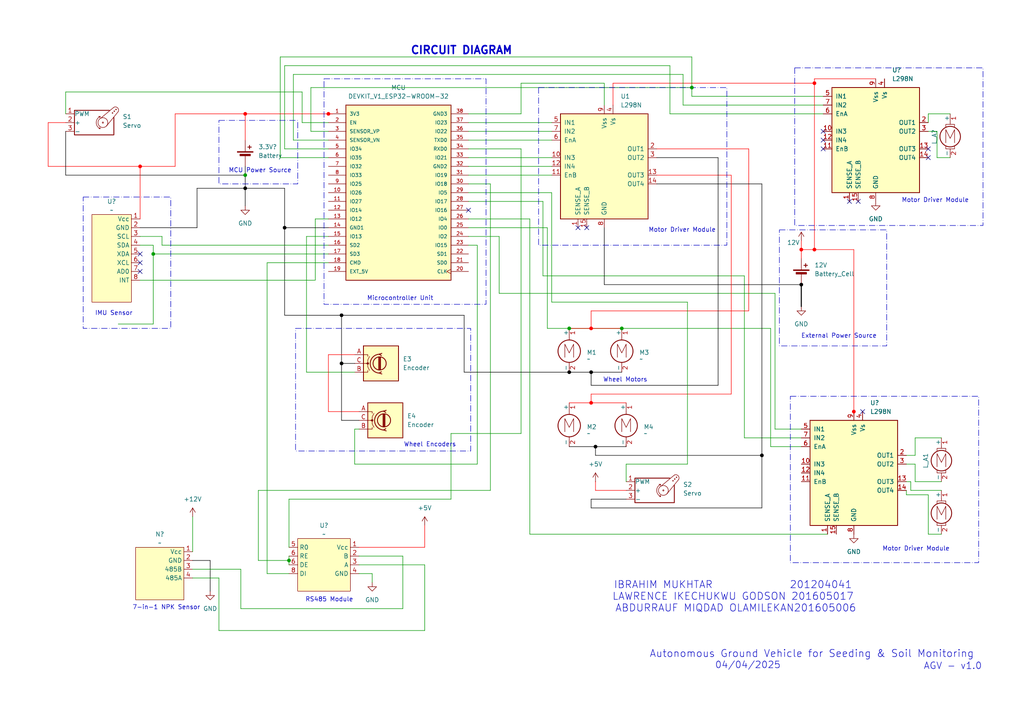
<source format=kicad_sch>
(kicad_sch (version 20231120) (generator "eeschema") (generator_version "8.0")
  (paper "A4")
  (lib_symbols
    (symbol "DEVKIT_V1_ESP32-WROOM-32_snapEDA:DEVKIT_V1_ESP32-WROOM-32" (pin_names (offset 1.016))
      (property "Reference" "U" (at -15.2572 26.0643 0))
      (property "Value" "DEVKIT_V1_ESP32-WROOM-32" (at -15.2563 -27.9698 0))
      (symbol "DEVKIT_V1_ESP32-WROOM-32_0_0"
        (rectangle (start -15.24 -25.4) (end 15.24 25.4) (stroke (width 0.254)) (fill (type background)))
        (pin power_in line (at -20.32 22.86 0) (length 5.08) (name "3V3") (number "1"))
        (pin bidirectional line (at -20.32 0 0) (length 5.08) (name "IO26") (number "10"))
        (pin bidirectional line (at -20.32 -2.54 0) (length 5.08) (name "IO27") (number "11"))
        (pin bidirectional line (at -20.32 -5.08 0) (length 5.08) (name "IO14") (number "12"))
        (pin bidirectional line (at -20.32 -7.62 0) (length 5.08) (name "IO12") (number "13"))
        (pin power_in line (at -20.32 -10.16 0) (length 5.08) (name "GND1") (number "14"))
        (pin bidirectional line (at -20.32 -12.7 0) (length 5.08) (name "IO13") (number "15"))
        (pin bidirectional line (at -20.32 -15.24 0) (length 5.08) (name "SD2") (number "16"))
        (pin bidirectional line (at -20.32 -17.78 0) (length 5.08) (name "SD3") (number "17"))
        (pin bidirectional line (at -20.32 -20.32 0) (length 5.08) (name "CMD") (number "18"))
        (pin power_in line (at -20.32 -22.86 0) (length 5.08) (name "EXT_5V") (number "19"))
        (pin input line (at -20.32 20.32 0) (length 5.08) (name "EN") (number "2"))
        (pin input clock (at 20.32 -22.86 180) (length 5.08) (name "CLK") (number "20"))
        (pin bidirectional line (at 20.32 -20.32 180) (length 5.08) (name "SD0") (number "21"))
        (pin bidirectional line (at 20.32 -17.78 180) (length 5.08) (name "SD1") (number "22"))
        (pin bidirectional line (at 20.32 -15.24 180) (length 5.08) (name "IO15") (number "23"))
        (pin bidirectional line (at 20.32 -12.7 180) (length 5.08) (name "IO2") (number "24"))
        (pin bidirectional line (at 20.32 -10.16 180) (length 5.08) (name "IO0") (number "25"))
        (pin bidirectional line (at 20.32 -7.62 180) (length 5.08) (name "IO4") (number "26"))
        (pin bidirectional line (at 20.32 -5.08 180) (length 5.08) (name "IO16") (number "27"))
        (pin bidirectional line (at 20.32 -2.54 180) (length 5.08) (name "IO17") (number "28"))
        (pin bidirectional line (at 20.32 0 180) (length 5.08) (name "IO5") (number "29"))
        (pin input line (at -20.32 17.78 0) (length 5.08) (name "SENSOR_VP") (number "3"))
        (pin bidirectional line (at 20.32 2.54 180) (length 5.08) (name "IO18") (number "30"))
        (pin bidirectional line (at 20.32 5.08 180) (length 5.08) (name "IO19") (number "31"))
        (pin power_in line (at 20.32 7.62 180) (length 5.08) (name "GND2") (number "32"))
        (pin bidirectional line (at 20.32 10.16 180) (length 5.08) (name "IO21") (number "33"))
        (pin input line (at 20.32 12.7 180) (length 5.08) (name "RXD0") (number "34"))
        (pin output line (at 20.32 15.24 180) (length 5.08) (name "TXD0") (number "35"))
        (pin bidirectional line (at 20.32 17.78 180) (length 5.08) (name "IO22") (number "36"))
        (pin bidirectional line (at 20.32 20.32 180) (length 5.08) (name "IO23") (number "37"))
        (pin power_in line (at 20.32 22.86 180) (length 5.08) (name "GND3") (number "38"))
        (pin input line (at -20.32 15.24 0) (length 5.08) (name "SENSOR_VN") (number "4"))
        (pin bidirectional line (at -20.32 12.7 0) (length 5.08) (name "IO34") (number "5"))
        (pin bidirectional line (at -20.32 10.16 0) (length 5.08) (name "IO35") (number "6"))
        (pin bidirectional line (at -20.32 7.62 0) (length 5.08) (name "IO32") (number "7"))
        (pin bidirectional line (at -20.32 5.08 0) (length 5.08) (name "IO33") (number "8"))
        (pin bidirectional line (at -20.32 2.54 0) (length 5.08) (name "IO25") (number "9"))
      )
    )
    (symbol "Device:Battery_Cell" (pin_numbers hide) (pin_names (offset 0) hide)
      (property "Reference" "BT" (at 2.54 2.54 0))
      (property "Value" "Battery_Cell" (at 2.54 0 0))
      (symbol "Battery_Cell_0_1"
        (rectangle (start -2.286 1.778) (end 2.286 1.524) (fill (type outline)))
        (rectangle (start -1.524 1.016) (end 1.524 0.508) (fill (type outline)))
        (polyline (pts (xy 0 0.762) (xy 0 0)))
        (polyline (pts (xy 0 1.778) (xy 0 2.54)))
        (polyline (pts (xy 0.762 3.048) (xy 1.778 3.048)) (stroke (width 0.254)))
        (polyline (pts (xy 1.27 3.556) (xy 1.27 2.54)) (stroke (width 0.254)))
      )
      (symbol "Battery_Cell_1_1"
        (pin passive line (at 0 5.08 270) (length 2.54) (name "+") (number "1"))
        (pin passive line (at 0 -2.54 90) (length 2.54) (name "-") (number "2"))
      )
    )
    (symbol "Device:RotaryEncoder" (pin_names (offset 0.254) hide)
      (property "Reference" "SW" (at 0 6.604 0))
      (property "Value" "RotaryEncoder" (at 0 -6.604 0))
      (symbol "RotaryEncoder_0_1"
        (rectangle (start -5.08 5.08) (end 5.08 -5.08) (stroke (width 0.254)) (fill (type background)))
        (circle (center -3.81 0) (radius 0.254) (fill (type outline)))
        (circle (center -0.381 0) (radius 1.905) (stroke (width 0.254)))
        (arc (start -0.381 2.667) (mid -3.0988 -0.0635) (end -0.381 -2.794) (stroke (width 0.254)))
        (polyline (pts (xy -0.635 -1.778) (xy -0.635 1.778)) (stroke (width 0.254)))
        (polyline (pts (xy -0.381 -1.778) (xy -0.381 1.778)) (stroke (width 0.254)))
        (polyline (pts (xy -0.127 1.778) (xy -0.127 -1.778)) (stroke (width 0.254)))
        (polyline (pts (xy -5.08 -2.54) (xy -3.81 -2.54) (xy -3.81 -2.032)))
        (polyline (pts (xy -5.08 2.54) (xy -3.81 2.54) (xy -3.81 2.032)))
        (polyline (pts (xy 0.254 -3.048) (xy -0.508 -2.794) (xy 0.127 -2.413)) (stroke (width 0.254)))
        (polyline (pts (xy 0.254 2.921) (xy -0.508 2.667) (xy 0.127 2.286)) (stroke (width 0.254)))
        (polyline (pts (xy -5.08 0) (xy -3.81 0) (xy -3.81 -1.016) (xy -3.302 -2.032)))
        (polyline (pts (xy -4.318 0) (xy -3.81 0) (xy -3.81 1.016) (xy -3.302 2.032)))
      )
      (symbol "RotaryEncoder_1_1"
        (pin passive line (at -7.62 2.54 0) (length 2.54) (name "A") (number "A"))
        (pin passive line (at -7.62 -2.54 0) (length 2.54) (name "B") (number "B"))
        (pin passive line (at -7.62 0 0) (length 2.54) (name "C") (number "C"))
      )
    )
    (symbol "Driver_Motor:L298N" (pin_names (offset 1.016))
      (property "Reference" "U" (at -10.16 16.51 0))
      (property "Value" "L298N" (at 12.7 16.51 0))
      (symbol "L298N_0_1"
        (rectangle (start -12.7 15.24) (end 12.7 -15.24) (stroke (width 0.254)) (fill (type background)))
      )
      (symbol "L298N_1_1"
        (pin power_in line (at -7.62 -17.78 90) (length 2.54) (name "SENSE_A") (number "1"))
        (pin input line (at -15.24 2.54 0) (length 2.54) (name "IN3") (number "10"))
        (pin input line (at -15.24 -2.54 0) (length 2.54) (name "EnB") (number "11"))
        (pin input line (at -15.24 0 0) (length 2.54) (name "IN4") (number "12"))
        (pin output line (at 15.24 -2.54 180) (length 2.54) (name "OUT3") (number "13"))
        (pin output line (at 15.24 -5.08 180) (length 2.54) (name "OUT4") (number "14"))
        (pin power_in line (at -5.08 -17.78 90) (length 2.54) (name "SENSE_B") (number "15"))
        (pin output line (at 15.24 5.08 180) (length 2.54) (name "OUT1") (number "2"))
        (pin output line (at 15.24 2.54 180) (length 2.54) (name "OUT2") (number "3"))
        (pin power_in line (at 2.54 17.78 270) (length 2.54) (name "Vs") (number "4"))
        (pin input line (at -15.24 12.7 0) (length 2.54) (name "IN1") (number "5"))
        (pin input line (at -15.24 7.62 0) (length 2.54) (name "EnA") (number "6"))
        (pin input line (at -15.24 10.16 0) (length 2.54) (name "IN2") (number "7"))
        (pin power_in line (at 0 -17.78 90) (length 2.54) (name "GND") (number "8"))
        (pin power_in line (at 0 17.78 270) (length 2.54) (name "Vss") (number "9"))
      )
    )
    (symbol "IMU_sensor:IMU"
      (property "Reference" "U" (at 0 0 0))
      (symbol "IMU_1_1"
        (rectangle (start -8.89 -1.27) (end 2.54 -26.67) (fill (type background)))
        (pin power_in line (at 5.08 -2.54 180) (length 2.54) (name "Vcc") (number "1"))
        (pin power_in line (at 5.08 -5.08 180) (length 2.54) (name "GND") (number "2"))
        (pin power_in line (at 5.08 -7.62 180) (length 2.54) (name "SCL") (number "3"))
        (pin bidirectional line (at 5.08 -10.16 180) (length 2.54) (name "SDA") (number "4"))
        (pin bidirectional line (at 5.08 -12.7 180) (length 2.54) (name "XDA") (number "5"))
        (pin bidirectional line (at 5.08 -15.24 180) (length 2.54) (name "XCL") (number "6"))
        (pin bidirectional line (at 5.08 -17.78 180) (length 2.54) (name "AD0") (number "7"))
        (pin bidirectional line (at 5.08 -20.32 180) (length 2.54) (name "INT") (number "8"))
      )
    )
    (symbol "Motor:Motor_DC" (pin_names (offset 0))
      (property "Reference" "M" (at 2.54 2.54 0))
      (property "Value" "Motor_DC" (at 2.54 -5.08 0))
      (symbol "Motor_DC_0_0"
        (polyline (pts (xy -1.27 -3.302) (xy -1.27 0.508) (xy 0 -2.032) (xy 1.27 0.508) (xy 1.27 -3.302)))
      )
      (symbol "Motor_DC_0_1"
        (circle (center 0 -1.524) (radius 3.2512) (stroke (width 0.254)))
        (polyline (pts (xy 0 -7.62) (xy 0 -7.112)))
        (polyline (pts (xy 0 -4.7752) (xy 0 -5.1816)))
        (polyline (pts (xy 0 1.7272) (xy 0 2.0828)))
        (polyline (pts (xy 0 2.032) (xy 0 2.54)))
      )
      (symbol "Motor_DC_1_1"
        (pin passive line (at 0 5.08 270) (length 2.54) (name "+") (number "1"))
        (pin passive line (at 0 -7.62 90) (length 2.54) (name "-") (number "2"))
      )
    )
    (symbol "Motor:Motor_DC_ALT" (pin_names (offset 0))
      (property "Reference" "M" (at 2.54 2.54 0))
      (property "Value" "Motor_DC_ALT" (at 2.54 -5.08 0))
      (symbol "Motor_DC_ALT_0_0"
        (circle (center 0 -1.524) (radius 2.9718) (stroke (width 0.254)))
        (polyline (pts (xy -1.27 -4.318) (xy -1.27 -5.08) (xy 1.27 -5.08) (xy 1.27 -4.318)))
        (polyline (pts (xy -1.27 1.27) (xy -1.27 2.032) (xy 1.27 2.032) (xy 1.27 1.27)))
        (polyline (pts (xy -1.27 -3.302) (xy -1.27 0.508) (xy 0 -2.032) (xy 1.27 0.508) (xy 1.27 -3.302)))
      )
      (symbol "Motor_DC_ALT_0_1"
        (polyline (pts (xy 0 2.032) (xy 0 2.54)))
      )
      (symbol "Motor_DC_ALT_1_1"
        (pin passive line (at 0 5.08 270) (length 2.54) (name "+") (number "1"))
        (pin passive line (at 0 -7.62 90) (length 2.54) (name "-") (number "2"))
      )
    )
    (symbol "Motor:Motor_Servo" (pin_names (offset 0.0254))
      (property "Reference" "M" (at -5.08 4.445 0))
      (property "Value" "Motor_Servo" (at -5.08 -4.064 0))
      (symbol "Motor_Servo_0_1"
        (polyline (pts (xy 2.413 -1.778) (xy 2.032 -1.778)))
        (polyline (pts (xy 2.413 -1.778) (xy 2.286 -1.397)))
        (polyline (pts (xy 2.413 1.778) (xy 1.905 1.778)))
        (polyline (pts (xy 2.413 1.778) (xy 2.286 1.397)))
        (polyline (pts (xy 6.35 4.445) (xy 2.54 1.27)))
        (polyline (pts (xy 7.62 3.175) (xy 4.191 -1.016)))
        (polyline (pts (xy 5.08 3.556) (xy -5.08 3.556) (xy -5.08 -3.556) (xy 6.35 -3.556) (xy 6.35 1.524)) (stroke (width 0.254)))
        (arc (start 2.413 1.778) (mid 1.2406 0) (end 2.413 -1.778))
        (circle (center 3.175 0) (radius 0.1778))
        (circle (center 3.175 0) (radius 1.4224))
        (circle (center 5.969 2.794) (radius 0.127))
        (circle (center 6.477 3.302) (radius 0.127))
        (circle (center 6.985 3.81) (radius 0.127))
        (arc (start 7.62 3.175) (mid 7.4485 4.2735) (end 6.35 4.445))
      )
      (symbol "Motor_Servo_1_1"
        (pin passive line (at -7.62 2.54 0) (length 2.54) (name "PWM") (number "1"))
        (pin passive line (at -7.62 0 0) (length 2.54) (name "+") (number "2"))
        (pin passive line (at -7.62 -2.54 0) (length 2.54) (name "-") (number "3"))
      )
    )
    (symbol "NPK_sensor:NPK_RS485"
      (property "Reference" "N" (at 0.254 8.128 0))
      (symbol "NPK_RS485_1_1"
        (rectangle (start -7.62 6.35) (end 6.35 -8.89) (fill (type background)))
        (pin power_in line (at 8.89 5.08 180) (length 2.54) (name "Vcc") (number "1"))
        (pin power_in line (at 8.89 2.54 180) (length 2.54) (name "GND") (number "2"))
        (pin bidirectional line (at 8.89 0 180) (length 2.54) (name "485B") (number "3"))
        (pin bidirectional line (at 8.89 -2.54 180) (length 2.54) (name "485A") (number "4"))
      )
    )
    (symbol "RS485_agv:RS485"
      (property "Reference" "U" (at 0 0 0))
      (symbol "RS485_1_1"
        (rectangle (start -7.62 -1.27) (end 7.62 -16.51) (fill (type background)))
        (pin power_in line (at 10.16 -3.81 180) (length 2.54) (name "Vcc") (number "1"))
        (pin bidirectional line (at 10.16 -6.35 180) (length 2.54) (name "B") (number "2"))
        (pin bidirectional line (at 10.16 -8.89 180) (length 2.54) (name "A") (number "3"))
        (pin power_in line (at 10.16 -11.43 180) (length 2.54) (name "GND") (number "4"))
        (pin output line (at -10.16 -3.81 0) (length 2.54) (name "R0") (number "5"))
        (pin input line (at -10.16 -8.89 0) (length 2.54) (name "DE") (number "6"))
        (pin input line (at -10.16 -6.35 0) (length 2.54) (name "RE") (number "6"))
        (pin input line (at -10.16 -11.43 0) (length 2.54) (name "DI") (number "8"))
      )
    )
    (symbol "power:+12V" (power) (pin_numbers hide) (pin_names (offset 0) hide)
      (property "Value" "+12V" (at 0 3.556 0))
      (symbol "+12V_0_1"
        (polyline (pts (xy -0.762 1.27) (xy 0 2.54)))
        (polyline (pts (xy 0 0) (xy 0 2.54)))
        (polyline (pts (xy 0 2.54) (xy 0.762 1.27)))
      )
      (symbol "+12V_1_1"
        (pin power_in line (at 0 0 90) (length 0) (name "~") (number "1"))
      )
    )
    (symbol "power:+3.3V" (power) (pin_numbers hide) (pin_names (offset 0) hide)
      (property "Value" "+3.3V" (at 0 3.556 0))
      (symbol "+3.3V_0_1"
        (polyline (pts (xy -0.762 1.27) (xy 0 2.54)))
        (polyline (pts (xy 0 0) (xy 0 2.54)))
        (polyline (pts (xy 0 2.54) (xy 0.762 1.27)))
      )
      (symbol "+3.3V_1_1"
        (pin power_in line (at 0 0 90) (length 0) (name "~") (number "1"))
      )
    )
    (symbol "power:+5V" (power) (pin_numbers hide) (pin_names (offset 0) hide)
      (property "Value" "+5V" (at 0 3.556 0))
      (symbol "+5V_0_1"
        (polyline (pts (xy -0.762 1.27) (xy 0 2.54)))
        (polyline (pts (xy 0 0) (xy 0 2.54)))
        (polyline (pts (xy 0 2.54) (xy 0.762 1.27)))
      )
      (symbol "+5V_1_1"
        (pin power_in line (at 0 0 90) (length 0) (name "~") (number "1"))
      )
    )
    (symbol "power:GND" (power) (pin_numbers hide) (pin_names (offset 0) hide)
      (property "Value" "GND" (at 0 -3.81 0))
      (symbol "GND_0_1"
        (polyline (pts (xy 0 0) (xy 0 -1.27) (xy 1.27 -1.27) (xy 0 -2.54) (xy -1.27 -1.27) (xy 0 -1.27)))
      )
      (symbol "GND_1_1"
        (pin power_in line (at 0 0 270) (length 0) (name "~") (number "1"))
      )
    )
  )
  (junction (at 232.41 82.55) (color 0 0 0 1))
  (junction (at 83.82 162.56))
  (junction (at 95.25 33.02) (color 255 0 0 1))
  (junction (at 82.55 66.04) (color 0 0 0 1))
  (junction (at 220.98 132.08) (color 0 0 0 1))
  (junction (at 71.12 50.8))
  (junction (at 247.65 119.38) (color 255 0 0 1))
  (junction (at 171.45 107.95) (color 0 0 0 1))
  (junction (at 44.45 73.66))
  (junction (at 99.06 105.41) (color 0 0 0 1))
  (junction (at 172.72 129.54) (color 0 0 0 1))
  (junction (at 165.1 95.25))
  (junction (at 236.22 24.13) (color 255 0 0 1))
  (junction (at 171.45 95.25) (color 255 0 0 1))
  (junction (at 180.34 95.25))
  (junction (at 71.12 33.02) (color 255 0 0 1))
  (junction (at 71.12 54.61) (color 0 0 0 1))
  (junction (at 232.41 72.39) (color 255 0 0 1))
  (junction (at 99.06 91.44) (color 0 0 0 1))
  (junction (at 165.1 107.95) (color 0 0 0 1))
  (junction (at 171.45 116.84) (color 255 0 0 1))
  (junction (at 200.66 25.4))
  (junction (at 40.64 48.26) (color 255 0 0 1))
  (junction (at 236.22 72.39) (color 255 0 0 1))
  (no_connect (at 269.24 43.18))
  (no_connect (at 248.92 58.42))
  (no_connect (at 238.76 38.1))
  (no_connect (at 250.19 119.38))
  (no_connect (at 40.64 78.74))
  (no_connect (at 40.64 73.66))
  (no_connect (at 269.24 45.72))
  (no_connect (at 246.38 58.42))
  (no_connect (at 40.64 76.2))
  (no_connect (at 170.18 66.04))
  (no_connect (at 238.76 40.64))
  (no_connect (at 167.64 66.04))
  (no_connect (at 135.89 60.96))
  (no_connect (at 238.76 43.18))
  (wire (pts (xy 90.17 38.1) (xy 95.25 38.1)))
  (wire (pts (xy 224.79 85.09) (xy 144.78 85.09)))
  (wire (pts (xy 217.17 43.18) (xy 217.17 90.17)) (stroke (width 0) (color 255 0 0 1)))
  (wire (pts (xy 83.82 162.56) (xy 74.93 162.56)))
  (wire (pts (xy 151.13 43.18) (xy 135.89 43.18)))
  (wire (pts (xy 198.12 21.59) (xy 85.09 21.59)))
  (wire (pts (xy 212.09 50.8) (xy 212.09 114.3)) (stroke (width 0) (color 255 0 0 1)))
  (wire (pts (xy 82.55 66.04) (xy 82.55 54.61)) (stroke (width 0) (color 0 0 0 1)))
  (wire (pts (xy 151.13 24.13) (xy 175.26 24.13)))
  (wire (pts (xy 19.05 38.1) (xy 19.05 50.8)) (stroke (width 0) (color 0 0 0 1)))
  (wire (pts (xy 134.62 107.95) (xy 134.62 91.44)) (stroke (width 0) (color 0 0 0 1)))
  (wire (pts (xy 171.45 144.78) (xy 171.45 147.32)) (stroke (width 0) (color 0 0 0 1)))
  (wire (pts (xy 144.78 85.09) (xy 144.78 68.58)))
  (wire (pts (xy 104.14 161.29) (xy 116.84 161.29)))
  (wire (pts (xy 208.28 45.72) (xy 208.28 111.76)) (stroke (width 0) (color 0 0 0 1)))
  (wire (pts (xy 153.67 63.5) (xy 135.89 63.5)))
  (wire (pts (xy 265.43 139.7) (xy 265.43 134.62)))
  (wire (pts (xy 88.9 107.95) (xy 102.87 107.95)))
  (wire (pts (xy 223.52 129.54) (xy 232.41 129.54)))
  (wire (pts (xy 40.64 63.5) (xy 40.64 48.26)) (stroke (width 0) (color 255 0 0 1)))
  (wire (pts (xy 238.76 30.48) (xy 198.12 30.48)))
  (wire (pts (xy 50.8 33.02) (xy 71.12 33.02)) (stroke (width 0) (color 255 0 0 1)))
  (wire (pts (xy 199.39 134.62) (xy 181.61 134.62)))
  (wire (pts (xy 102.87 105.41) (xy 99.06 105.41)) (stroke (width 0) (color 0 0 0 1)))
  (wire (pts (xy 82.55 43.18) (xy 95.25 43.18)))
  (wire (pts (xy 40.64 48.26) (xy 50.8 48.26)) (stroke (width 0) (color 255 0 0 1)))
  (wire (pts (xy 177.8 24.13) (xy 236.22 24.13)) (stroke (width 0) (color 255 0 0 1)))
  (wire (pts (xy 130.81 144.78) (xy 130.81 125.73)))
  (wire (pts (xy 236.22 72.39) (xy 247.65 72.39)) (stroke (width 0) (color 255 0 0 1)))
  (wire (pts (xy 247.65 119.38) (xy 247.65 72.39)) (stroke (width 0) (color 255 0 0 1)))
  (wire (pts (xy 271.78 38.1) (xy 269.24 38.1)))
  (wire (pts (xy 19.05 26.67) (xy 19.05 33.02)))
  (wire (pts (xy 171.45 116.84) (xy 181.61 116.84)) (stroke (width 0) (color 255 0 0 1)))
  (wire (pts (xy 104.14 124.46) (xy 102.87 124.46)))
  (wire (pts (xy 269.24 33.02) (xy 275.59 33.02)))
  (wire (pts (xy 171.45 111.76) (xy 171.45 107.95)) (stroke (width 0) (color 0 0 0 1)))
  (wire (pts (xy 171.45 95.25) (xy 180.34 95.25)) (stroke (width 0) (color 255 0 0 1)))
  (wire (pts (xy 232.41 82.55) (xy 232.41 88.9)) (stroke (width 0.3) (color 0 0 0 1)))
  (wire (pts (xy 104.14 121.92) (xy 99.06 121.92)) (stroke (width 0) (color 0 0 0 1)))
  (wire (pts (xy 190.5 53.34) (xy 220.98 53.34)) (stroke (width 0) (color 0 0 0 1)))
  (wire (pts (xy 171.45 90.17) (xy 171.45 95.25)) (stroke (width 0) (color 255 0 0 1)))
  (wire (pts (xy 236.22 22.86) (xy 236.22 24.13)) (stroke (width 0) (color 255 0 0 1)))
  (wire (pts (xy 262.89 143.51) (xy 262.89 142.24)))
  (wire (pts (xy 95.25 66.04) (xy 82.55 66.04)) (stroke (width 0) (color 0 0 0 1)))
  (wire (pts (xy 247.65 120.65) (xy 247.65 119.38)) (stroke (width 0) (color 255 0 0 1)))
  (wire (pts (xy 200.66 25.4) (xy 200.66 16.51)))
  (wire (pts (xy 172.72 132.08) (xy 172.72 129.54)) (stroke (width 0) (color 0 0 0 1)))
  (wire (pts (xy 212.09 114.3) (xy 171.45 114.3)) (stroke (width 0) (color 255 0 0 1)))
  (wire (pts (xy 90.17 25.4) (xy 90.17 38.1)))
  (wire (pts (xy 265.43 134.62) (xy 262.89 134.62)))
  (wire (pts (xy 57.15 66.04) (xy 40.64 66.04)) (stroke (width 0) (color 0 0 0 1)))
  (wire (pts (xy 46.99 68.58) (xy 46.99 71.12)))
  (wire (pts (xy 262.89 139.7) (xy 264.16 139.7)))
  (wire (pts (xy 95.25 102.87) (xy 95.25 119.38)) (stroke (width 0) (color 255 0 0 1)))
  (wire (pts (xy 264.16 142.24) (xy 273.05 142.24)))
  (wire (pts (xy 77.47 76.2) (xy 95.25 76.2)))
  (wire (pts (xy 134.62 91.44) (xy 99.06 91.44)) (stroke (width 0) (color 0 0 0 1)))
  (wire (pts (xy 194.31 19.05) (xy 82.55 19.05)))
  (wire (pts (xy 194.31 33.02) (xy 194.31 19.05)))
  (wire (pts (xy 104.14 166.37) (xy 107.95 166.37)))
  (wire (pts (xy 107.95 166.37) (xy 107.95 168.91)))
  (wire (pts (xy 85.09 21.59) (xy 85.09 40.64)))
  (wire (pts (xy 151.13 125.73) (xy 151.13 43.18)))
  (wire (pts (xy 240.03 154.94) (xy 153.67 154.94)))
  (wire (pts (xy 130.81 125.73) (xy 151.13 125.73)))
  (wire (pts (xy 55.88 149.86) (xy 55.88 160.02)))
  (wire (pts (xy 135.89 58.42) (xy 157.48 58.42)))
  (wire (pts (xy 57.15 54.61) (xy 57.15 66.04)) (stroke (width 0) (color 0 0 0 1)))
  (wire (pts (xy 91.44 81.28) (xy 91.44 63.5)))
  (wire (pts (xy 175.26 66.04) (xy 175.26 82.55)) (stroke (width 0) (color 0 0 0 1)))
  (wire (pts (xy 232.41 72.39) (xy 232.41 74.93)) (stroke (width 0) (color 255 0 0 1)))
  (wire (pts (xy 142.24 53.34) (xy 135.89 53.34)))
  (wire (pts (xy 44.45 93.98) (xy 44.45 73.66)))
  (wire (pts (xy 102.87 134.62) (xy 138.43 134.62)))
  (wire (pts (xy 171.45 95.25) (xy 180.34 95.25)))
  (wire (pts (xy 200.66 25.4) (xy 90.17 25.4)))
  (wire (pts (xy 142.24 142.24) (xy 142.24 53.34)))
  (wire (pts (xy 220.98 147.32) (xy 220.98 132.08)) (stroke (width 0) (color 0 0 0 1)))
  (wire (pts (xy 74.93 142.24) (xy 142.24 142.24)))
  (wire (pts (xy 135.89 48.26) (xy 160.02 48.26)))
  (wire (pts (xy 158.75 66.04) (xy 158.75 95.25)))
  (wire (pts (xy 135.89 45.72) (xy 160.02 45.72)))
  (wire (pts (xy 275.59 45.72) (xy 271.78 45.72)))
  (wire (pts (xy 40.64 81.28) (xy 91.44 81.28)))
  (wire (pts (xy 198.12 30.48) (xy 198.12 21.59)))
  (wire (pts (xy 19.05 35.56) (xy 13.97 35.56)) (stroke (width 0) (color 255 0 0 1)))
  (wire (pts (xy 44.45 71.12) (xy 44.45 73.66)))
  (wire (pts (xy 123.19 182.88) (xy 123.19 163.83)))
  (wire (pts (xy 81.28 16.51) (xy 81.28 45.72)))
  (wire (pts (xy 95.25 71.12) (xy 46.99 71.12)))
  (wire (pts (xy 217.17 90.17) (xy 171.45 90.17)) (stroke (width 0) (color 255 0 0 1)))
  (wire (pts (xy 44.45 73.66) (xy 95.25 73.66)))
  (wire (pts (xy 138.43 134.62) (xy 138.43 71.12)))
  (wire (pts (xy 71.12 54.61) (xy 71.12 59.69)) (stroke (width 0) (color 0 0 0 1)))
  (wire (pts (xy 87.63 35.56) (xy 87.63 26.67)))
  (wire (pts (xy 82.55 54.61) (xy 71.12 54.61)) (stroke (width 0) (color 0 0 0 1)))
  (wire (pts (xy 135.89 50.8) (xy 160.02 50.8)))
  (wire (pts (xy 55.88 167.64) (xy 63.5 167.64)))
  (wire (pts (xy 200.66 16.51) (xy 81.28 16.51)))
  (wire (pts (xy 190.5 43.18) (xy 217.17 43.18)) (stroke (width 0) (color 255 0 0 1)))
  (wire (pts (xy 180.34 95.25) (xy 223.52 95.25)))
  (wire (pts (xy 238.76 27.94) (xy 200.66 27.94)))
  (wire (pts (xy 269.24 154.94) (xy 269.24 143.51)))
  (wire (pts (xy 95.25 35.56) (xy 87.63 35.56)))
  (wire (pts (xy 91.44 63.5) (xy 95.25 63.5)))
  (wire (pts (xy 83.82 166.37) (xy 77.47 166.37)))
  (wire (pts (xy 236.22 72.39) (xy 236.22 24.13)) (stroke (width 0) (color 255 0 0 1)))
  (wire (pts (xy 83.82 158.75) (xy 83.82 144.78)))
  (wire (pts (xy 63.5 182.88) (xy 123.19 182.88)))
  (wire (pts (xy 69.85 176.53) (xy 69.85 165.1)))
  (wire (pts (xy 224.79 85.09) (xy 224.79 124.46)))
  (wire (pts (xy 95.25 119.38) (xy 104.14 119.38)) (stroke (width 0) (color 255 0 0 1)))
  (wire (pts (xy 135.89 66.04) (xy 158.75 66.04)))
  (wire (pts (xy 71.12 48.26) (xy 71.12 50.8)) (stroke (width 0) (color 0 0 0 1)))
  (wire (pts (xy 215.9 127) (xy 232.41 127)))
  (wire (pts (xy 175.26 82.55) (xy 232.41 82.55)) (stroke (width 0) (color 0 0 0 1)))
  (wire (pts (xy 13.97 35.56) (xy 13.97 48.26)) (stroke (width 0) (color 255 0 0 1)))
  (wire (pts (xy 208.28 111.76) (xy 171.45 111.76)) (stroke (width 0) (color 0 0 0 1)))
  (wire (pts (xy 55.88 165.1) (xy 69.85 165.1)))
  (wire (pts (xy 271.78 45.72) (xy 271.78 38.1)))
  (wire (pts (xy 165.1 116.84) (xy 171.45 116.84)) (stroke (width 0) (color 255 0 0 1)))
  (wire (pts (xy 269.24 35.56) (xy 269.24 33.02)))
  (wire (pts (xy 269.24 143.51) (xy 262.89 143.51)))
  (wire (pts (xy 88.9 68.58) (xy 95.25 68.58)))
  (wire (pts (xy 265.43 127) (xy 273.05 127)))
  (wire (pts (xy 63.5 167.64) (xy 63.5 182.88)))
  (wire (pts (xy 238.76 33.02) (xy 194.31 33.02)))
  (wire (pts (xy 81.28 45.72) (xy 95.25 45.72)))
  (wire (pts (xy 71.12 33.02) (xy 95.25 33.02)) (stroke (width 0) (color 255 0 0 1)))
  (wire (pts (xy 77.47 166.37) (xy 77.47 76.2)))
  (wire (pts (xy 273.05 139.7) (xy 265.43 139.7)))
  (wire (pts (xy 74.93 142.24) (xy 74.93 162.56)))
  (wire (pts (xy 99.06 91.44) (xy 99.06 105.41)) (stroke (width 0) (color 0 0 0 1)))
  (wire (pts (xy 171.45 147.32) (xy 220.98 147.32)) (stroke (width 0) (color 0 0 0 1)))
  (wire (pts (xy 165.1 95.25) (xy 171.45 95.25)) (stroke (width 0) (color 255 0 0 1)))
  (wire (pts (xy 160.02 55.88) (xy 160.02 87.63)))
  (wire (pts (xy 40.64 71.12) (xy 44.45 71.12)))
  (wire (pts (xy 190.5 50.8) (xy 212.09 50.8)) (stroke (width 0) (color 255 0 0 1)))
  (wire (pts (xy 83.82 161.29) (xy 83.82 162.56)))
  (wire (pts (xy 82.55 91.44) (xy 99.06 91.44)) (stroke (width 0) (color 0 0 0 1)))
  (wire (pts (xy 19.05 26.67) (xy 87.63 26.67)))
  (wire (pts (xy 71.12 54.61) (xy 57.15 54.61)) (stroke (width 0) (color 0 0 0 1)))
  (wire (pts (xy 135.89 38.1) (xy 160.02 38.1)))
  (wire (pts (xy 135.89 55.88) (xy 160.02 55.88)))
  (wire (pts (xy 83.82 162.56) (xy 83.82 163.83)))
  (wire (pts (xy 123.19 152.4) (xy 123.19 158.75)) (stroke (width 0) (color 255 0 0 1)))
  (wire (pts (xy 82.55 66.04) (xy 82.55 91.44)) (stroke (width 0) (color 0 0 0 1)))
  (wire (pts (xy 104.14 158.75) (xy 123.19 158.75)) (stroke (width 0) (color 255 0 0 1)))
  (wire (pts (xy 60.96 162.56) (xy 60.96 171.45)) (stroke (width 0) (color 0 0 0 1)))
  (wire (pts (xy 215.9 80.01) (xy 215.9 127)))
  (wire (pts (xy 135.89 40.64) (xy 160.02 40.64)))
  (wire (pts (xy 151.13 24.13) (xy 151.13 33.02)))
  (wire (pts (xy 99.06 105.41) (xy 99.06 121.92)) (stroke (width 0) (color 0 0 0 1)))
  (wire (pts (xy 104.14 163.83) (xy 123.19 163.83)))
  (wire (pts (xy 135.89 33.02) (xy 151.13 33.02)))
  (wire (pts (xy 71.12 33.02) (xy 71.12 40.64)) (stroke (width 0) (color 255 0 0 1)))
  (wire (pts (xy 165.1 95.25) (xy 171.45 95.25)))
  (wire (pts (xy 232.41 69.85) (xy 232.41 72.39)) (stroke (width 0) (color 255 0 0 1)))
  (wire (pts (xy 19.05 50.8) (xy 71.12 50.8)) (stroke (width 0) (color 0 0 0 1)))
  (wire (pts (xy 153.67 154.94) (xy 153.67 63.5)))
  (wire (pts (xy 265.43 132.08) (xy 265.43 127)))
  (wire (pts (xy 116.84 176.53) (xy 69.85 176.53)))
  (wire (pts (xy 172.72 129.54) (xy 181.61 129.54)) (stroke (width 0) (color 0 0 0 1)))
  (wire (pts (xy 40.64 68.58) (xy 46.99 68.58)))
  (wire (pts (xy 55.88 162.56) (xy 60.96 162.56)) (stroke (width 0) (color 0 0 0 1)))
  (wire (pts (xy 190.5 45.72) (xy 208.28 45.72)) (stroke (width 0) (color 0 0 0 1)))
  (wire (pts (xy 171.45 114.3) (xy 171.45 116.84)) (stroke (width 0) (color 255 0 0 1)))
  (wire (pts (xy 165.1 129.54) (xy 172.72 129.54)) (stroke (width 0) (color 0 0 0 1)))
  (wire (pts (xy 181.61 142.24) (xy 172.72 142.24)) (stroke (width 0) (color 255 0 0 1)))
  (wire (pts (xy 135.89 35.56) (xy 160.02 35.56)))
  (wire (pts (xy 165.1 107.95) (xy 134.62 107.95)) (stroke (width 0) (color 0 0 0 1)))
  (wire (pts (xy 138.43 71.12) (xy 135.89 71.12)))
  (wire (pts (xy 13.97 48.26) (xy 40.64 48.26)) (stroke (width 0) (color 255 0 0 1)))
  (wire (pts (xy 102.87 124.46) (xy 102.87 134.62)))
  (wire (pts (xy 220.98 53.34) (xy 220.98 132.08)) (stroke (width 0) (color 0 0 0 1)))
  (wire (pts (xy 181.61 134.62) (xy 181.61 139.7)))
  (wire (pts (xy 160.02 87.63) (xy 199.39 87.63)))
  (wire (pts (xy 224.79 124.46) (xy 232.41 124.46)))
  (wire (pts (xy 223.52 95.25) (xy 223.52 129.54)))
  (wire (pts (xy 236.22 72.39) (xy 232.41 72.39)) (stroke (width 0) (color 255 0 0 1)))
  (wire (pts (xy 171.45 107.95) (xy 180.34 107.95)) (stroke (width 0) (color 0 0 0 1)))
  (wire (pts (xy 157.48 80.01) (xy 215.9 80.01)))
  (wire (pts (xy 71.12 50.8) (xy 71.12 54.61)) (stroke (width 0) (color 0 0 0 1)))
  (wire (pts (xy 158.75 95.25) (xy 165.1 95.25)))
  (wire (pts (xy 157.48 58.42) (xy 157.48 80.01)))
  (wire (pts (xy 83.82 144.78) (xy 130.81 144.78)))
  (wire (pts (xy 200.66 27.94) (xy 200.66 25.4)))
  (wire (pts (xy 273.05 154.94) (xy 269.24 154.94)))
  (wire (pts (xy 88.9 107.95) (xy 88.9 68.58)))
  (wire (pts (xy 172.72 139.7) (xy 172.72 142.24)) (stroke (width 0) (color 255 0 0 1)))
  (wire (pts (xy 199.39 87.63) (xy 199.39 134.62)))
  (wire (pts (xy 262.89 132.08) (xy 265.43 132.08)))
  (wire (pts (xy 172.72 132.08) (xy 220.98 132.08)) (stroke (width 0) (color 0 0 0 1)))
  (wire (pts (xy 177.8 30.48) (xy 177.8 24.13)) (stroke (width 0) (color 255 0 0 1)))
  (wire (pts (xy 165.1 107.95) (xy 171.45 107.95)) (stroke (width 0) (color 0 0 0 1)))
  (wire (pts (xy 175.26 30.48) (xy 175.26 24.13)))
  (wire (pts (xy 82.55 19.05) (xy 82.55 43.18)))
  (wire (pts (xy 95.25 33.02) (xy 96.52 33.02)) (stroke (width 0) (color 255 0 0 1)))
  (wire (pts (xy 50.8 33.02) (xy 50.8 48.26)) (stroke (width 0) (color 255 0 0 1)))
  (wire (pts (xy 95.25 102.87) (xy 102.87 102.87)) (stroke (width 0) (color 255 0 0 1)))
  (wire (pts (xy 264.16 139.7) (xy 264.16 142.24)))
  (wire (pts (xy 144.78 68.58) (xy 135.89 68.58)))
  (wire (pts (xy 85.09 40.64) (xy 95.25 40.64)))
  (wire (pts (xy 254 22.86) (xy 236.22 22.86)) (stroke (width 0) (color 255 0 0 1)))
  (wire (pts (xy 171.45 144.78) (xy 181.61 144.78)) (stroke (width 0) (color 0 0 0 1)))
  (wire (pts (xy 116.84 161.29) (xy 116.84 176.53)))
  (wire (pts (xy 34.29 93.98) (xy 44.45 93.98)))
  (rectangle (start 230.505 19.685) (end 285.115 65.405) (stroke (width 0) (type dash_dot)))
  (rectangle (start 63.5 34.925) (end 86.36 53.34) (stroke (width 0) (type dash_dot)))
  (rectangle (start 229.235 114.935) (end 283.845 163.195) (stroke (width 0) (type dash_dot)))
  (rectangle (start 85.725 95.25) (end 136.525 130.81) (stroke (width 0) (type dash_dot)))
  (rectangle (start 156.21 25.4) (end 210.82 71.12) (stroke (width 0) (type dash_dot)))
  (rectangle (start 93.98 22.86) (end 140.97 88.265) (stroke (width 0) (type dash_dot)))
  (rectangle (start 226.06 66.675) (end 257.175 100.33) (stroke (width 0) (type dash_dot)))
  (rectangle (start 24.13 57.15) (end 49.53 95.25) (stroke (width 0) (type dash_dot)))
  (text "MCU Power Source" (at 75.438 49.53 0) (effects (font (size 1.27 1.27))))
  (text "Motor Driver Module" (at 197.866 66.802 0) (effects (font (size 1.27 1.27))))
  (text "CIRCUIT DIAGRAM" (at 133.858 14.732 0) (effects (font (size 2.27 2.27) (thickness 0.454) (bold yes))))
  (text "Motor Driver Module" (at 271.272 58.166 0) (effects (font (size 1.27 1.27))))
  (text "\nIBRAHIM MUKHTAR              201204041\nLAWRENCE IKECHUKWU GODSON 201605017\n  ABDURRAUF MIQDAD OLAMILEKAN201605006 " (at 212.598 171.45 0) (effects (font (size 2.1 2.1))))
  (text "AGV - v1.0" (at 276.352 193.294 0) (effects (font (size 1.95 1.95))))
  (text "7-in-1 NPK Sensor" (at 48.26 176.276 0) (effects (font (size 1.27 1.27))))
  (text "External Power Source" (at 243.332 97.536 0) (effects (font (size 1.27 1.27))))
  (text "Microcontroller Unit" (at 116.078 86.614 0) (effects (font (size 1.27 1.27))))
  (text "IMU Sensor" (at 33.02 90.932 0) (effects (font (size 1.27 1.27))))
  (text "Wheel Encoders" (at 124.714 129.032 0) (effects (font (size 1.27 1.27))))
  (text "Wheel Motors" (at 181.356 110.236 0) (effects (font (size 1.27 1.27))))
  (text "Motor Driver Module" (at 265.684 159.258 0) (effects (font (size 1.27 1.27))))
  (text "RS485 Module" (at 95.504 173.99 0) (effects (font (size 1.27 1.27))))
  (text "04/04/2025" (at 216.916 193.04 0) (effects (font (size 1.95 1.95))))
  (text "Autonomous Ground Vehicle for Seeding & Soil Monitoring" (at 235.458 189.738 0) (effects (font (size 2.1 2.1))))
  (symbol (lib_id "Device:Battery_Cell") (at 232.41 80.01 0) (unit 1)
    (property "Reference" "12V" (at 236.22 76.8984 0) (effects (justify left)))
    (property "Value" "Battery_Cell" (at 236.22 79.4384 0) (effects (justify left)))
    (property "Description" "Single-cell battery" (effects (hide yes)))
  )
  (symbol (lib_id "power:GND") (at 247.65 154.94 0) (unit 1)
    (property "Reference" "#PWR02" (effects (hide yes)))
    (property "Value" "GND" (at 247.65 160.02 0))
    (property "Description" "Power symbol creates a global label with name \"GND\" , ground" (effects (hide yes)))
  )
  (symbol (lib_id "power:GND") (at 107.95 168.91 0) (unit 1)
    (property "Reference" "#PWR05" (effects (hide yes)))
    (property "Value" "GND" (at 107.95 173.99 0))
    (property "Description" "Power symbol creates a global label with name \"GND\" , ground" (effects (hide yes)))
  )
  (symbol (lib_id "power:+5V") (at 172.72 139.7 0) (unit 1)
    (property "Reference" "#PWR07" (effects (hide yes)))
    (property "Value" "+5V" (at 172.72 134.62 0))
    (property "Description" "Power symbol creates a global label with name \"+5V\"" (effects (hide yes)))
  )
  (symbol (lib_id "power:+3.3V") (at 232.41 69.85 0) (unit 1)
    (property "Reference" "#PWR09" (effects (hide yes)))
    (property "Value" "12V" (at 230.124 70.358 0))
    (property "Description" "Power symbol creates a global label with name \"+3.3V\"" (effects (hide yes)))
  )
  (symbol (lib_id "power:+12V") (at 123.19 152.4 0) (unit 1)
    (property "Reference" "#PWR06" (effects (hide yes)))
    (property "Value" "+5V" (at 123.19 147.32 0))
    (property "Description" "Power symbol creates a global label with name \"+12V\"" (effects (hide yes)))
  )
  (symbol (lib_id "DEVKIT_V1_ESP32-WROOM-32_snapEDA:DEVKIT_V1_ESP32-WROOM-32") (at 115.57 55.88 0) (unit 1)
    (property "Reference" "MCU" (at 115.57 25.4 0))
    (property "Value" "DEVKIT_V1_ESP32-WROOM-32" (at 115.57 27.94 0))
    (property "Footprint" "DEVKIT_V1_ESP32-WROOM-32:MODULE_DEVKIT_V1_ESP32-WROOM-32" (effects (hide yes)))
    (property "MF" "Espressif Systems" (effects (hide yes)))
    (property "Description_1" "\n                        \n                            WROOM-32 Development Board ESP32 ESP-32S WiFi Bluetooth Dev Module\n                        \n" (effects (hide yes)))
    (property "Package" "Package" (effects (hide yes)))
    (property "Price" "None" (effects (hide yes)))
    (property "Check_prices" "https://www.snapeda.com/parts/DEVKIT%20V1%20ESP32-WROOM-32/Espressif+Systems/view-part/?ref=eda" (effects (hide yes)))
    (property "STANDARD" "Manufacturer Recommendations" (effects (hide yes)))
    (property "PARTREV" "N/A" (effects (hide yes)))
    (property "SnapEDA_Link" "https://www.snapeda.com/parts/DEVKIT%20V1%20ESP32-WROOM-32/Espressif+Systems/view-part/?ref=snap" (effects (hide yes)))
    (property "MP" "DEVKIT V1 ESP32-WROOM-32" (effects (hide yes)))
    (property "Availability" "Not in stock" (effects (hide yes)))
    (property "MANUFACTURER" "Espressif Systems" (effects (hide yes)))
  )
  (symbol (lib_id "Motor:Motor_Servo") (at 26.67 35.56 0) (unit 1)
    (property "Reference" "S1" (at 35.56 33.8565 0) (effects (justify left)))
    (property "Value" "Servo" (at 35.56 36.3965 0) (effects (justify left)))
    (property "Datasheet" "http://forums.parallax.com/uploads/attachments/46831/74481.png" (effects (hide yes)))
    (property "Description" "Servo Motor (Futaba, HiTec, JR connector)" (effects (hide yes)))
  )
  (symbol (lib_id "Device:Battery_Cell") (at 71.12 45.72 0) (unit 1)
    (property "Reference" "3.3V?" (at 74.93 42.6084 0) (effects (justify left)))
    (property "Value" "Battery" (at 74.93 45.1484 0) (effects (justify left)))
    (property "Description" "Single-cell battery" (effects (hide yes)))
  )
  (symbol (lib_id "RS485_agv:RS485") (at 93.98 154.94 0) (unit 1)
    (property "Reference" "U?" (at 93.98 152.4 0))
    (property "Value" "~" (at 93.98 154.94 0))
  )
  (symbol (lib_id "Motor:Motor_DC") (at 181.61 121.92 0) (unit 1)
    (property "Reference" "M4" (at 186.69 123.8249 0) (effects (justify left)))
    (property "Value" "~" (at 186.69 125.73 0) (effects (justify left)))
    (property "Description" "DC Motor" (effects (hide yes)))
  )
  (symbol (lib_id "NPK_sensor:NPK_RS485") (at 46.99 165.1 0) (unit 1)
    (property "Reference" "N?" (at 46.355 154.94 0))
    (property "Value" "~" (at 46.355 157.48 0))
  )
  (symbol (lib_id "Device:RotaryEncoder") (at 111.76 121.92 0) (unit 1)
    (property "Reference" "E4" (at 118.11 120.6499 0) (effects (justify left)))
    (property "Value" "Encoder" (at 118.11 123.1899 0) (effects (justify left)))
    (property "Description" "Rotary encoder, dual channel, incremental quadrate outputs" (effects (hide yes)))
  )
  (symbol (lib_id "power:+12V") (at 55.88 149.86 0) (unit 1)
    (property "Reference" "#PWR01" (effects (hide yes)))
    (property "Value" "+12V" (at 55.88 144.78 0))
    (property "Description" "Power symbol creates a global label with name \"+12V\"" (effects (hide yes)))
  )
  (symbol (lib_id "power:GND") (at 232.41 88.9 0) (unit 1)
    (property "Reference" "#PWR010" (effects (hide yes)))
    (property "Value" "GND" (at 232.41 93.98 0))
    (property "Description" "Power symbol creates a global label with name \"GND\" , ground" (effects (hide yes)))
  )
  (symbol (lib_id "Driver_Motor:L298N") (at 175.26 48.26 0) (unit 1)
    (property "Reference" "U1" (at 179.9941 27.94 0) (effects (justify left)))
    (property "Value" "L298N" (at 179.9941 30.48 0) (effects (justify left)))
    (property "Footprint" "Package_TO_SOT_THT:TO-220-15_P2.54x2.54mm_StaggerOdd_Lead4.58mm_Vertical" (effects (hide yes)))
    (property "Datasheet" "http://www.st.com/st-web-ui/static/active/en/resource/technical/document/datasheet/CD00000240.pdf" (effects (hide yes)))
    (property "Description" "Dual full bridge motor driver, up to 46V, 4A, Multiwatt15-V" (effects (hide yes)))
  )
  (symbol (lib_id "Device:RotaryEncoder") (at 110.49 105.41 0) (unit 1)
    (property "Reference" "E3" (at 116.84 104.1399 0) (effects (justify left)))
    (property "Value" "Encoder" (at 116.84 106.6799 0) (effects (justify left)))
    (property "Description" "Rotary encoder, dual channel, incremental quadrate outputs" (effects (hide yes)))
  )
  (symbol (lib_id "Motor:Motor_DC") (at 180.34 100.33 0) (unit 1)
    (property "Reference" "M3" (at 185.42 102.2349 0) (effects (justify left)))
    (property "Value" "~" (at 185.42 104.14 0) (effects (justify left)))
    (property "Description" "DC Motor" (effects (hide yes)))
  )
  (symbol (lib_id "Driver_Motor:L298N") (at 254 40.64 0) (unit 1)
    (property "Reference" "U?" (at 258.7341 20.32 0) (effects (justify left)))
    (property "Value" "L298N" (at 258.7341 22.86 0) (effects (justify left)))
    (property "Footprint" "Package_TO_SOT_THT:TO-220-15_P2.54x2.54mm_StaggerOdd_Lead4.58mm_Vertical" (effects (hide yes)))
    (property "Datasheet" "http://www.st.com/st-web-ui/static/active/en/resource/technical/document/datasheet/CD00000240.pdf" (effects (hide yes)))
    (property "Description" "Dual full bridge motor driver, up to 46V, 4A, Multiwatt15-V" (effects (hide yes)))
  )
  (symbol (lib_id "power:GND") (at 60.96 171.45 0) (unit 1)
    (property "Reference" "#PWR03" (effects (hide yes)))
    (property "Value" "GND" (at 60.96 176.53 0))
    (property "Description" "Power symbol creates a global label with name \"GND\" , ground" (effects (hide yes)))
  )
  (symbol (lib_id "power:GND") (at 254 58.42 0) (unit 1)
    (property "Reference" "#PWR013" (effects (hide yes)))
    (property "Value" "GND" (at 254 63.5 0))
    (property "Description" "Power symbol creates a global label with name \"GND\" , ground" (effects (hide yes)))
  )
  (symbol (lib_id "power:GND") (at 71.12 59.69 0) (unit 1)
    (property "Reference" "#PWR04" (effects (hide yes)))
    (property "Value" "GND" (at 71.12 64.77 0))
    (property "Description" "Power symbol creates a global label with name \"GND\" , ground" (effects (hide yes)))
  )
  (symbol (lib_id "Motor:Motor_DC") (at 165.1 100.33 0) (unit 1)
    (property "Reference" "M1" (at 170.18 102.2349 0) (effects (justify left)))
    (property "Value" "~" (at 170.18 104.14 0) (effects (justify left)))
    (property "Description" "DC Motor" (effects (hide yes)))
  )
  (symbol (lib_id "IMU_sensor:IMU") (at 35.56 60.96 0) (unit 1)
    (property "Reference" "U?" (at 32.385 58.42 0))
    (property "Value" "~" (at 32.385 60.96 0))
  )
  (symbol (lib_id "Motor:Motor_DC_ALT") (at 273.05 147.32 0) (unit 1)
    (property "Reference" "L_A2" (effects (hide yes)))
    (property "Value" "12V, 2A" (effects (hide yes)))
    (property "Description" "DC Motor, alternative symbol" (effects (hide yes)))
  )
  (symbol (lib_id "Motor:Motor_Servo") (at 189.23 142.24 0) (unit 1)
    (property "Reference" "S2" (at 198.12 140.5365 0) (effects (justify left)))
    (property "Value" "Servo" (at 198.12 143.0765 0) (effects (justify left)))
    (property "Datasheet" "http://forums.parallax.com/uploads/attachments/46831/74481.png" (effects (hide yes)))
    (property "Description" "Servo Motor (Futaba, HiTec, JR connector)" (effects (hide yes)))
  )
  (symbol (lib_id "Motor:Motor_DC_ALT") (at 275.59 38.1 0) (unit 1)
    (property "Reference" "L_A?" (at 271.018 41.91 90) (effects (justify left)))
    (property "Value" "12V, 2A" (effects (hide yes)))
    (property "Description" "DC Motor, alternative symbol" (effects (hide yes)))
  )
  (symbol (lib_id "Motor:Motor_DC_ALT") (at 273.05 132.08 0) (unit 1)
    (property "Reference" "L_A1" (at 268.478 135.89 90) (effects (justify left)))
    (property "Value" "12V, 2A" (effects (hide yes)))
    (property "Description" "DC Motor, alternative symbol" (effects (hide yes)))
  )
  (symbol (lib_id "Motor:Motor_DC") (at 165.1 121.92 0) (unit 1)
    (property "Reference" "M2" (at 170.18 123.8249 0) (effects (justify left)))
    (property "Value" "~" (at 170.18 125.73 0) (effects (justify left)))
    (property "Description" "DC Motor" (effects (hide yes)))
  )
  (symbol (lib_id "Driver_Motor:L298N") (at 247.65 137.16 0) (unit 1)
    (property "Reference" "U?" (at 252.3841 116.84 0) (effects (justify left)))
    (property "Value" "L298N" (at 252.3841 119.38 0) (effects (justify left)))
    (property "Footprint" "Package_TO_SOT_THT:TO-220-15_P2.54x2.54mm_StaggerOdd_Lead4.58mm_Vertical" (effects (hide yes)))
    (property "Datasheet" "http://www.st.com/st-web-ui/static/active/en/resource/technical/document/datasheet/CD00000240.pdf" (effects (hide yes)))
    (property "Description" "Dual full bridge motor driver, up to 46V, 4A, Multiwatt15-V" (effects (hide yes)))
  )
)
</source>
